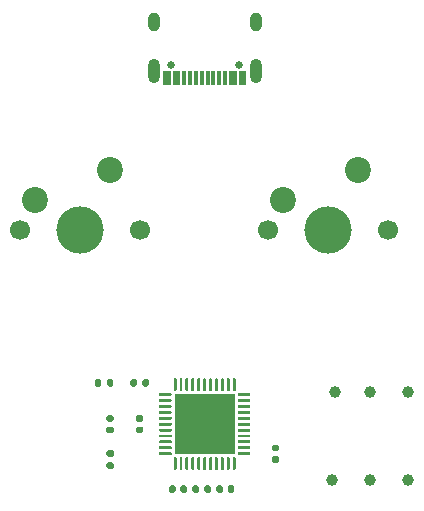
<source format=gbr>
%TF.GenerationSoftware,KiCad,Pcbnew,(5.1.12)-1*%
%TF.CreationDate,2024-08-07T21:15:05+08:00*%
%TF.ProjectId,BKL2xP,424b4c32-7850-42e6-9b69-6361645f7063,1.0*%
%TF.SameCoordinates,Original*%
%TF.FileFunction,Soldermask,Top*%
%TF.FilePolarity,Negative*%
%FSLAX46Y46*%
G04 Gerber Fmt 4.6, Leading zero omitted, Abs format (unit mm)*
G04 Created by KiCad (PCBNEW (5.1.12)-1) date 2024-08-07 21:15:05*
%MOMM*%
%LPD*%
G01*
G04 APERTURE LIST*
%ADD10C,1.000000*%
%ADD11O,1.000000X2.100000*%
%ADD12O,1.000000X1.600000*%
%ADD13C,0.650000*%
%ADD14R,0.300000X1.150000*%
%ADD15C,1.700000*%
%ADD16C,4.000000*%
%ADD17C,2.200000*%
%ADD18R,5.200000X5.200000*%
G04 APERTURE END LIST*
D10*
%TO.C,TP6*%
X167250000Y-114250000D03*
%TD*%
%TO.C,TP5*%
X164000000Y-114250000D03*
%TD*%
%TO.C,TP4*%
X160750000Y-114250000D03*
%TD*%
%TO.C,TP3*%
X167250000Y-106750000D03*
%TD*%
%TO.C,TP2*%
X164000000Y-106750000D03*
%TD*%
%TO.C,TP1*%
X161000000Y-106750000D03*
%TD*%
%TO.C,R6*%
G36*
G01*
X142185000Y-112250000D02*
X141815000Y-112250000D01*
G75*
G02*
X141680000Y-112115000I0J135000D01*
G01*
X141680000Y-111845000D01*
G75*
G02*
X141815000Y-111710000I135000J0D01*
G01*
X142185000Y-111710000D01*
G75*
G02*
X142320000Y-111845000I0J-135000D01*
G01*
X142320000Y-112115000D01*
G75*
G02*
X142185000Y-112250000I-135000J0D01*
G01*
G37*
G36*
G01*
X142185000Y-113270000D02*
X141815000Y-113270000D01*
G75*
G02*
X141680000Y-113135000I0J135000D01*
G01*
X141680000Y-112865000D01*
G75*
G02*
X141815000Y-112730000I135000J0D01*
G01*
X142185000Y-112730000D01*
G75*
G02*
X142320000Y-112865000I0J-135000D01*
G01*
X142320000Y-113135000D01*
G75*
G02*
X142185000Y-113270000I-135000J0D01*
G01*
G37*
%TD*%
%TO.C,R5*%
G36*
G01*
X149980000Y-115185000D02*
X149980000Y-114815000D01*
G75*
G02*
X150115000Y-114680000I135000J0D01*
G01*
X150385000Y-114680000D01*
G75*
G02*
X150520000Y-114815000I0J-135000D01*
G01*
X150520000Y-115185000D01*
G75*
G02*
X150385000Y-115320000I-135000J0D01*
G01*
X150115000Y-115320000D01*
G75*
G02*
X149980000Y-115185000I0J135000D01*
G01*
G37*
G36*
G01*
X148960000Y-115185000D02*
X148960000Y-114815000D01*
G75*
G02*
X149095000Y-114680000I135000J0D01*
G01*
X149365000Y-114680000D01*
G75*
G02*
X149500000Y-114815000I0J-135000D01*
G01*
X149500000Y-115185000D01*
G75*
G02*
X149365000Y-115320000I-135000J0D01*
G01*
X149095000Y-115320000D01*
G75*
G02*
X148960000Y-115185000I0J135000D01*
G01*
G37*
%TD*%
%TO.C,C1*%
G36*
G01*
X144670000Y-109300000D02*
X144330000Y-109300000D01*
G75*
G02*
X144190000Y-109160000I0J140000D01*
G01*
X144190000Y-108880000D01*
G75*
G02*
X144330000Y-108740000I140000J0D01*
G01*
X144670000Y-108740000D01*
G75*
G02*
X144810000Y-108880000I0J-140000D01*
G01*
X144810000Y-109160000D01*
G75*
G02*
X144670000Y-109300000I-140000J0D01*
G01*
G37*
G36*
G01*
X144670000Y-110260000D02*
X144330000Y-110260000D01*
G75*
G02*
X144190000Y-110120000I0J140000D01*
G01*
X144190000Y-109840000D01*
G75*
G02*
X144330000Y-109700000I140000J0D01*
G01*
X144670000Y-109700000D01*
G75*
G02*
X144810000Y-109840000I0J-140000D01*
G01*
X144810000Y-110120000D01*
G75*
G02*
X144670000Y-110260000I-140000J0D01*
G01*
G37*
%TD*%
%TO.C,C2*%
G36*
G01*
X155830000Y-111240000D02*
X156170000Y-111240000D01*
G75*
G02*
X156310000Y-111380000I0J-140000D01*
G01*
X156310000Y-111660000D01*
G75*
G02*
X156170000Y-111800000I-140000J0D01*
G01*
X155830000Y-111800000D01*
G75*
G02*
X155690000Y-111660000I0J140000D01*
G01*
X155690000Y-111380000D01*
G75*
G02*
X155830000Y-111240000I140000J0D01*
G01*
G37*
G36*
G01*
X155830000Y-112200000D02*
X156170000Y-112200000D01*
G75*
G02*
X156310000Y-112340000I0J-140000D01*
G01*
X156310000Y-112620000D01*
G75*
G02*
X156170000Y-112760000I-140000J0D01*
G01*
X155830000Y-112760000D01*
G75*
G02*
X155690000Y-112620000I0J140000D01*
G01*
X155690000Y-112340000D01*
G75*
G02*
X155830000Y-112200000I140000J0D01*
G01*
G37*
%TD*%
%TO.C,C4*%
G36*
G01*
X152510000Y-114830000D02*
X152510000Y-115170000D01*
G75*
G02*
X152370000Y-115310000I-140000J0D01*
G01*
X152090000Y-115310000D01*
G75*
G02*
X151950000Y-115170000I0J140000D01*
G01*
X151950000Y-114830000D01*
G75*
G02*
X152090000Y-114690000I140000J0D01*
G01*
X152370000Y-114690000D01*
G75*
G02*
X152510000Y-114830000I0J-140000D01*
G01*
G37*
G36*
G01*
X151550000Y-114830000D02*
X151550000Y-115170000D01*
G75*
G02*
X151410000Y-115310000I-140000J0D01*
G01*
X151130000Y-115310000D01*
G75*
G02*
X150990000Y-115170000I0J140000D01*
G01*
X150990000Y-114830000D01*
G75*
G02*
X151130000Y-114690000I140000J0D01*
G01*
X151410000Y-114690000D01*
G75*
G02*
X151550000Y-114830000I0J-140000D01*
G01*
G37*
%TD*%
%TO.C,C5*%
G36*
G01*
X147550000Y-114830000D02*
X147550000Y-115170000D01*
G75*
G02*
X147410000Y-115310000I-140000J0D01*
G01*
X147130000Y-115310000D01*
G75*
G02*
X146990000Y-115170000I0J140000D01*
G01*
X146990000Y-114830000D01*
G75*
G02*
X147130000Y-114690000I140000J0D01*
G01*
X147410000Y-114690000D01*
G75*
G02*
X147550000Y-114830000I0J-140000D01*
G01*
G37*
G36*
G01*
X148510000Y-114830000D02*
X148510000Y-115170000D01*
G75*
G02*
X148370000Y-115310000I-140000J0D01*
G01*
X148090000Y-115310000D01*
G75*
G02*
X147950000Y-115170000I0J140000D01*
G01*
X147950000Y-114830000D01*
G75*
G02*
X148090000Y-114690000I140000J0D01*
G01*
X148370000Y-114690000D01*
G75*
G02*
X148510000Y-114830000I0J-140000D01*
G01*
G37*
%TD*%
%TO.C,C6*%
G36*
G01*
X142170000Y-110260000D02*
X141830000Y-110260000D01*
G75*
G02*
X141690000Y-110120000I0J140000D01*
G01*
X141690000Y-109840000D01*
G75*
G02*
X141830000Y-109700000I140000J0D01*
G01*
X142170000Y-109700000D01*
G75*
G02*
X142310000Y-109840000I0J-140000D01*
G01*
X142310000Y-110120000D01*
G75*
G02*
X142170000Y-110260000I-140000J0D01*
G01*
G37*
G36*
G01*
X142170000Y-109300000D02*
X141830000Y-109300000D01*
G75*
G02*
X141690000Y-109160000I0J140000D01*
G01*
X141690000Y-108880000D01*
G75*
G02*
X141830000Y-108740000I140000J0D01*
G01*
X142170000Y-108740000D01*
G75*
G02*
X142310000Y-108880000I0J-140000D01*
G01*
X142310000Y-109160000D01*
G75*
G02*
X142170000Y-109300000I-140000J0D01*
G01*
G37*
%TD*%
D11*
%TO.C,J1*%
X154320000Y-79605000D03*
X145680000Y-79605000D03*
D12*
X154320000Y-75425000D03*
X145680000Y-75425000D03*
D13*
X147110000Y-79105000D03*
X152890000Y-79105000D03*
D14*
X146950000Y-80170000D03*
X147750000Y-80170000D03*
X148250000Y-80170000D03*
X148750000Y-80170000D03*
X149250000Y-80170000D03*
X149750000Y-80170000D03*
X150250000Y-80170000D03*
X150750000Y-80170000D03*
X151250000Y-80170000D03*
X151750000Y-80170000D03*
X152550000Y-80170000D03*
X153350000Y-80170000D03*
X153050000Y-80170000D03*
X152250000Y-80170000D03*
X147450000Y-80170000D03*
X146650000Y-80170000D03*
%TD*%
%TO.C,R3*%
G36*
G01*
X144250000Y-105815000D02*
X144250000Y-106185000D01*
G75*
G02*
X144115000Y-106320000I-135000J0D01*
G01*
X143845000Y-106320000D01*
G75*
G02*
X143710000Y-106185000I0J135000D01*
G01*
X143710000Y-105815000D01*
G75*
G02*
X143845000Y-105680000I135000J0D01*
G01*
X144115000Y-105680000D01*
G75*
G02*
X144250000Y-105815000I0J-135000D01*
G01*
G37*
G36*
G01*
X145270000Y-105815000D02*
X145270000Y-106185000D01*
G75*
G02*
X145135000Y-106320000I-135000J0D01*
G01*
X144865000Y-106320000D01*
G75*
G02*
X144730000Y-106185000I0J135000D01*
G01*
X144730000Y-105815000D01*
G75*
G02*
X144865000Y-105680000I135000J0D01*
G01*
X145135000Y-105680000D01*
G75*
G02*
X145270000Y-105815000I0J-135000D01*
G01*
G37*
%TD*%
%TO.C,R4*%
G36*
G01*
X142280000Y-105815000D02*
X142280000Y-106185000D01*
G75*
G02*
X142145000Y-106320000I-135000J0D01*
G01*
X141875000Y-106320000D01*
G75*
G02*
X141740000Y-106185000I0J135000D01*
G01*
X141740000Y-105815000D01*
G75*
G02*
X141875000Y-105680000I135000J0D01*
G01*
X142145000Y-105680000D01*
G75*
G02*
X142280000Y-105815000I0J-135000D01*
G01*
G37*
G36*
G01*
X141260000Y-105815000D02*
X141260000Y-106185000D01*
G75*
G02*
X141125000Y-106320000I-135000J0D01*
G01*
X140855000Y-106320000D01*
G75*
G02*
X140720000Y-106185000I0J135000D01*
G01*
X140720000Y-105815000D01*
G75*
G02*
X140855000Y-105680000I135000J0D01*
G01*
X141125000Y-105680000D01*
G75*
G02*
X141260000Y-105815000I0J-135000D01*
G01*
G37*
%TD*%
D15*
%TO.C,SW1*%
X144540000Y-93080000D03*
X134380000Y-93080000D03*
D16*
X139460000Y-93080000D03*
D17*
X135650000Y-90540000D03*
X142000000Y-88000000D03*
%TD*%
%TO.C,SW2*%
X163000000Y-88000000D03*
X156650000Y-90540000D03*
D16*
X160460000Y-93080000D03*
D15*
X155380000Y-93080000D03*
X165540000Y-93080000D03*
%TD*%
%TO.C,U1*%
G36*
G01*
X146125000Y-107062500D02*
X146125000Y-106937500D01*
G75*
G02*
X146187500Y-106875000I62500J0D01*
G01*
X147137500Y-106875000D01*
G75*
G02*
X147200000Y-106937500I0J-62500D01*
G01*
X147200000Y-107062500D01*
G75*
G02*
X147137500Y-107125000I-62500J0D01*
G01*
X146187500Y-107125000D01*
G75*
G02*
X146125000Y-107062500I0J62500D01*
G01*
G37*
G36*
G01*
X146125000Y-107562500D02*
X146125000Y-107437500D01*
G75*
G02*
X146187500Y-107375000I62500J0D01*
G01*
X147137500Y-107375000D01*
G75*
G02*
X147200000Y-107437500I0J-62500D01*
G01*
X147200000Y-107562500D01*
G75*
G02*
X147137500Y-107625000I-62500J0D01*
G01*
X146187500Y-107625000D01*
G75*
G02*
X146125000Y-107562500I0J62500D01*
G01*
G37*
G36*
G01*
X146125000Y-108062500D02*
X146125000Y-107937500D01*
G75*
G02*
X146187500Y-107875000I62500J0D01*
G01*
X147137500Y-107875000D01*
G75*
G02*
X147200000Y-107937500I0J-62500D01*
G01*
X147200000Y-108062500D01*
G75*
G02*
X147137500Y-108125000I-62500J0D01*
G01*
X146187500Y-108125000D01*
G75*
G02*
X146125000Y-108062500I0J62500D01*
G01*
G37*
G36*
G01*
X146125000Y-108562500D02*
X146125000Y-108437500D01*
G75*
G02*
X146187500Y-108375000I62500J0D01*
G01*
X147137500Y-108375000D01*
G75*
G02*
X147200000Y-108437500I0J-62500D01*
G01*
X147200000Y-108562500D01*
G75*
G02*
X147137500Y-108625000I-62500J0D01*
G01*
X146187500Y-108625000D01*
G75*
G02*
X146125000Y-108562500I0J62500D01*
G01*
G37*
G36*
G01*
X146125000Y-109062500D02*
X146125000Y-108937500D01*
G75*
G02*
X146187500Y-108875000I62500J0D01*
G01*
X147137500Y-108875000D01*
G75*
G02*
X147200000Y-108937500I0J-62500D01*
G01*
X147200000Y-109062500D01*
G75*
G02*
X147137500Y-109125000I-62500J0D01*
G01*
X146187500Y-109125000D01*
G75*
G02*
X146125000Y-109062500I0J62500D01*
G01*
G37*
G36*
G01*
X146125000Y-109562500D02*
X146125000Y-109437500D01*
G75*
G02*
X146187500Y-109375000I62500J0D01*
G01*
X147137500Y-109375000D01*
G75*
G02*
X147200000Y-109437500I0J-62500D01*
G01*
X147200000Y-109562500D01*
G75*
G02*
X147137500Y-109625000I-62500J0D01*
G01*
X146187500Y-109625000D01*
G75*
G02*
X146125000Y-109562500I0J62500D01*
G01*
G37*
G36*
G01*
X146125000Y-110062500D02*
X146125000Y-109937500D01*
G75*
G02*
X146187500Y-109875000I62500J0D01*
G01*
X147137500Y-109875000D01*
G75*
G02*
X147200000Y-109937500I0J-62500D01*
G01*
X147200000Y-110062500D01*
G75*
G02*
X147137500Y-110125000I-62500J0D01*
G01*
X146187500Y-110125000D01*
G75*
G02*
X146125000Y-110062500I0J62500D01*
G01*
G37*
G36*
G01*
X146125000Y-110562500D02*
X146125000Y-110437500D01*
G75*
G02*
X146187500Y-110375000I62500J0D01*
G01*
X147137500Y-110375000D01*
G75*
G02*
X147200000Y-110437500I0J-62500D01*
G01*
X147200000Y-110562500D01*
G75*
G02*
X147137500Y-110625000I-62500J0D01*
G01*
X146187500Y-110625000D01*
G75*
G02*
X146125000Y-110562500I0J62500D01*
G01*
G37*
G36*
G01*
X146125000Y-111062500D02*
X146125000Y-110937500D01*
G75*
G02*
X146187500Y-110875000I62500J0D01*
G01*
X147137500Y-110875000D01*
G75*
G02*
X147200000Y-110937500I0J-62500D01*
G01*
X147200000Y-111062500D01*
G75*
G02*
X147137500Y-111125000I-62500J0D01*
G01*
X146187500Y-111125000D01*
G75*
G02*
X146125000Y-111062500I0J62500D01*
G01*
G37*
G36*
G01*
X146125000Y-111562500D02*
X146125000Y-111437500D01*
G75*
G02*
X146187500Y-111375000I62500J0D01*
G01*
X147137500Y-111375000D01*
G75*
G02*
X147200000Y-111437500I0J-62500D01*
G01*
X147200000Y-111562500D01*
G75*
G02*
X147137500Y-111625000I-62500J0D01*
G01*
X146187500Y-111625000D01*
G75*
G02*
X146125000Y-111562500I0J62500D01*
G01*
G37*
G36*
G01*
X146125000Y-112062500D02*
X146125000Y-111937500D01*
G75*
G02*
X146187500Y-111875000I62500J0D01*
G01*
X147137500Y-111875000D01*
G75*
G02*
X147200000Y-111937500I0J-62500D01*
G01*
X147200000Y-112062500D01*
G75*
G02*
X147137500Y-112125000I-62500J0D01*
G01*
X146187500Y-112125000D01*
G75*
G02*
X146125000Y-112062500I0J62500D01*
G01*
G37*
G36*
G01*
X147375000Y-113312500D02*
X147375000Y-112362500D01*
G75*
G02*
X147437500Y-112300000I62500J0D01*
G01*
X147562500Y-112300000D01*
G75*
G02*
X147625000Y-112362500I0J-62500D01*
G01*
X147625000Y-113312500D01*
G75*
G02*
X147562500Y-113375000I-62500J0D01*
G01*
X147437500Y-113375000D01*
G75*
G02*
X147375000Y-113312500I0J62500D01*
G01*
G37*
G36*
G01*
X147875000Y-113312500D02*
X147875000Y-112362500D01*
G75*
G02*
X147937500Y-112300000I62500J0D01*
G01*
X148062500Y-112300000D01*
G75*
G02*
X148125000Y-112362500I0J-62500D01*
G01*
X148125000Y-113312500D01*
G75*
G02*
X148062500Y-113375000I-62500J0D01*
G01*
X147937500Y-113375000D01*
G75*
G02*
X147875000Y-113312500I0J62500D01*
G01*
G37*
G36*
G01*
X148375000Y-113312500D02*
X148375000Y-112362500D01*
G75*
G02*
X148437500Y-112300000I62500J0D01*
G01*
X148562500Y-112300000D01*
G75*
G02*
X148625000Y-112362500I0J-62500D01*
G01*
X148625000Y-113312500D01*
G75*
G02*
X148562500Y-113375000I-62500J0D01*
G01*
X148437500Y-113375000D01*
G75*
G02*
X148375000Y-113312500I0J62500D01*
G01*
G37*
G36*
G01*
X148875000Y-113312500D02*
X148875000Y-112362500D01*
G75*
G02*
X148937500Y-112300000I62500J0D01*
G01*
X149062500Y-112300000D01*
G75*
G02*
X149125000Y-112362500I0J-62500D01*
G01*
X149125000Y-113312500D01*
G75*
G02*
X149062500Y-113375000I-62500J0D01*
G01*
X148937500Y-113375000D01*
G75*
G02*
X148875000Y-113312500I0J62500D01*
G01*
G37*
G36*
G01*
X149375000Y-113312500D02*
X149375000Y-112362500D01*
G75*
G02*
X149437500Y-112300000I62500J0D01*
G01*
X149562500Y-112300000D01*
G75*
G02*
X149625000Y-112362500I0J-62500D01*
G01*
X149625000Y-113312500D01*
G75*
G02*
X149562500Y-113375000I-62500J0D01*
G01*
X149437500Y-113375000D01*
G75*
G02*
X149375000Y-113312500I0J62500D01*
G01*
G37*
G36*
G01*
X149875000Y-113312500D02*
X149875000Y-112362500D01*
G75*
G02*
X149937500Y-112300000I62500J0D01*
G01*
X150062500Y-112300000D01*
G75*
G02*
X150125000Y-112362500I0J-62500D01*
G01*
X150125000Y-113312500D01*
G75*
G02*
X150062500Y-113375000I-62500J0D01*
G01*
X149937500Y-113375000D01*
G75*
G02*
X149875000Y-113312500I0J62500D01*
G01*
G37*
G36*
G01*
X150375000Y-113312500D02*
X150375000Y-112362500D01*
G75*
G02*
X150437500Y-112300000I62500J0D01*
G01*
X150562500Y-112300000D01*
G75*
G02*
X150625000Y-112362500I0J-62500D01*
G01*
X150625000Y-113312500D01*
G75*
G02*
X150562500Y-113375000I-62500J0D01*
G01*
X150437500Y-113375000D01*
G75*
G02*
X150375000Y-113312500I0J62500D01*
G01*
G37*
G36*
G01*
X150875000Y-113312500D02*
X150875000Y-112362500D01*
G75*
G02*
X150937500Y-112300000I62500J0D01*
G01*
X151062500Y-112300000D01*
G75*
G02*
X151125000Y-112362500I0J-62500D01*
G01*
X151125000Y-113312500D01*
G75*
G02*
X151062500Y-113375000I-62500J0D01*
G01*
X150937500Y-113375000D01*
G75*
G02*
X150875000Y-113312500I0J62500D01*
G01*
G37*
G36*
G01*
X151375000Y-113312500D02*
X151375000Y-112362500D01*
G75*
G02*
X151437500Y-112300000I62500J0D01*
G01*
X151562500Y-112300000D01*
G75*
G02*
X151625000Y-112362500I0J-62500D01*
G01*
X151625000Y-113312500D01*
G75*
G02*
X151562500Y-113375000I-62500J0D01*
G01*
X151437500Y-113375000D01*
G75*
G02*
X151375000Y-113312500I0J62500D01*
G01*
G37*
G36*
G01*
X151875000Y-113312500D02*
X151875000Y-112362500D01*
G75*
G02*
X151937500Y-112300000I62500J0D01*
G01*
X152062500Y-112300000D01*
G75*
G02*
X152125000Y-112362500I0J-62500D01*
G01*
X152125000Y-113312500D01*
G75*
G02*
X152062500Y-113375000I-62500J0D01*
G01*
X151937500Y-113375000D01*
G75*
G02*
X151875000Y-113312500I0J62500D01*
G01*
G37*
G36*
G01*
X152375000Y-113312500D02*
X152375000Y-112362500D01*
G75*
G02*
X152437500Y-112300000I62500J0D01*
G01*
X152562500Y-112300000D01*
G75*
G02*
X152625000Y-112362500I0J-62500D01*
G01*
X152625000Y-113312500D01*
G75*
G02*
X152562500Y-113375000I-62500J0D01*
G01*
X152437500Y-113375000D01*
G75*
G02*
X152375000Y-113312500I0J62500D01*
G01*
G37*
G36*
G01*
X152800000Y-112062500D02*
X152800000Y-111937500D01*
G75*
G02*
X152862500Y-111875000I62500J0D01*
G01*
X153812500Y-111875000D01*
G75*
G02*
X153875000Y-111937500I0J-62500D01*
G01*
X153875000Y-112062500D01*
G75*
G02*
X153812500Y-112125000I-62500J0D01*
G01*
X152862500Y-112125000D01*
G75*
G02*
X152800000Y-112062500I0J62500D01*
G01*
G37*
G36*
G01*
X152800000Y-111562500D02*
X152800000Y-111437500D01*
G75*
G02*
X152862500Y-111375000I62500J0D01*
G01*
X153812500Y-111375000D01*
G75*
G02*
X153875000Y-111437500I0J-62500D01*
G01*
X153875000Y-111562500D01*
G75*
G02*
X153812500Y-111625000I-62500J0D01*
G01*
X152862500Y-111625000D01*
G75*
G02*
X152800000Y-111562500I0J62500D01*
G01*
G37*
G36*
G01*
X152800000Y-111062500D02*
X152800000Y-110937500D01*
G75*
G02*
X152862500Y-110875000I62500J0D01*
G01*
X153812500Y-110875000D01*
G75*
G02*
X153875000Y-110937500I0J-62500D01*
G01*
X153875000Y-111062500D01*
G75*
G02*
X153812500Y-111125000I-62500J0D01*
G01*
X152862500Y-111125000D01*
G75*
G02*
X152800000Y-111062500I0J62500D01*
G01*
G37*
G36*
G01*
X152800000Y-110562500D02*
X152800000Y-110437500D01*
G75*
G02*
X152862500Y-110375000I62500J0D01*
G01*
X153812500Y-110375000D01*
G75*
G02*
X153875000Y-110437500I0J-62500D01*
G01*
X153875000Y-110562500D01*
G75*
G02*
X153812500Y-110625000I-62500J0D01*
G01*
X152862500Y-110625000D01*
G75*
G02*
X152800000Y-110562500I0J62500D01*
G01*
G37*
G36*
G01*
X152800000Y-110062500D02*
X152800000Y-109937500D01*
G75*
G02*
X152862500Y-109875000I62500J0D01*
G01*
X153812500Y-109875000D01*
G75*
G02*
X153875000Y-109937500I0J-62500D01*
G01*
X153875000Y-110062500D01*
G75*
G02*
X153812500Y-110125000I-62500J0D01*
G01*
X152862500Y-110125000D01*
G75*
G02*
X152800000Y-110062500I0J62500D01*
G01*
G37*
G36*
G01*
X152800000Y-109562500D02*
X152800000Y-109437500D01*
G75*
G02*
X152862500Y-109375000I62500J0D01*
G01*
X153812500Y-109375000D01*
G75*
G02*
X153875000Y-109437500I0J-62500D01*
G01*
X153875000Y-109562500D01*
G75*
G02*
X153812500Y-109625000I-62500J0D01*
G01*
X152862500Y-109625000D01*
G75*
G02*
X152800000Y-109562500I0J62500D01*
G01*
G37*
G36*
G01*
X152800000Y-109062500D02*
X152800000Y-108937500D01*
G75*
G02*
X152862500Y-108875000I62500J0D01*
G01*
X153812500Y-108875000D01*
G75*
G02*
X153875000Y-108937500I0J-62500D01*
G01*
X153875000Y-109062500D01*
G75*
G02*
X153812500Y-109125000I-62500J0D01*
G01*
X152862500Y-109125000D01*
G75*
G02*
X152800000Y-109062500I0J62500D01*
G01*
G37*
G36*
G01*
X152800000Y-108562500D02*
X152800000Y-108437500D01*
G75*
G02*
X152862500Y-108375000I62500J0D01*
G01*
X153812500Y-108375000D01*
G75*
G02*
X153875000Y-108437500I0J-62500D01*
G01*
X153875000Y-108562500D01*
G75*
G02*
X153812500Y-108625000I-62500J0D01*
G01*
X152862500Y-108625000D01*
G75*
G02*
X152800000Y-108562500I0J62500D01*
G01*
G37*
G36*
G01*
X152800000Y-108062500D02*
X152800000Y-107937500D01*
G75*
G02*
X152862500Y-107875000I62500J0D01*
G01*
X153812500Y-107875000D01*
G75*
G02*
X153875000Y-107937500I0J-62500D01*
G01*
X153875000Y-108062500D01*
G75*
G02*
X153812500Y-108125000I-62500J0D01*
G01*
X152862500Y-108125000D01*
G75*
G02*
X152800000Y-108062500I0J62500D01*
G01*
G37*
G36*
G01*
X152800000Y-107562500D02*
X152800000Y-107437500D01*
G75*
G02*
X152862500Y-107375000I62500J0D01*
G01*
X153812500Y-107375000D01*
G75*
G02*
X153875000Y-107437500I0J-62500D01*
G01*
X153875000Y-107562500D01*
G75*
G02*
X153812500Y-107625000I-62500J0D01*
G01*
X152862500Y-107625000D01*
G75*
G02*
X152800000Y-107562500I0J62500D01*
G01*
G37*
G36*
G01*
X152800000Y-107062500D02*
X152800000Y-106937500D01*
G75*
G02*
X152862500Y-106875000I62500J0D01*
G01*
X153812500Y-106875000D01*
G75*
G02*
X153875000Y-106937500I0J-62500D01*
G01*
X153875000Y-107062500D01*
G75*
G02*
X153812500Y-107125000I-62500J0D01*
G01*
X152862500Y-107125000D01*
G75*
G02*
X152800000Y-107062500I0J62500D01*
G01*
G37*
G36*
G01*
X152375000Y-106637500D02*
X152375000Y-105687500D01*
G75*
G02*
X152437500Y-105625000I62500J0D01*
G01*
X152562500Y-105625000D01*
G75*
G02*
X152625000Y-105687500I0J-62500D01*
G01*
X152625000Y-106637500D01*
G75*
G02*
X152562500Y-106700000I-62500J0D01*
G01*
X152437500Y-106700000D01*
G75*
G02*
X152375000Y-106637500I0J62500D01*
G01*
G37*
G36*
G01*
X151875000Y-106637500D02*
X151875000Y-105687500D01*
G75*
G02*
X151937500Y-105625000I62500J0D01*
G01*
X152062500Y-105625000D01*
G75*
G02*
X152125000Y-105687500I0J-62500D01*
G01*
X152125000Y-106637500D01*
G75*
G02*
X152062500Y-106700000I-62500J0D01*
G01*
X151937500Y-106700000D01*
G75*
G02*
X151875000Y-106637500I0J62500D01*
G01*
G37*
G36*
G01*
X151375000Y-106637500D02*
X151375000Y-105687500D01*
G75*
G02*
X151437500Y-105625000I62500J0D01*
G01*
X151562500Y-105625000D01*
G75*
G02*
X151625000Y-105687500I0J-62500D01*
G01*
X151625000Y-106637500D01*
G75*
G02*
X151562500Y-106700000I-62500J0D01*
G01*
X151437500Y-106700000D01*
G75*
G02*
X151375000Y-106637500I0J62500D01*
G01*
G37*
G36*
G01*
X150875000Y-106637500D02*
X150875000Y-105687500D01*
G75*
G02*
X150937500Y-105625000I62500J0D01*
G01*
X151062500Y-105625000D01*
G75*
G02*
X151125000Y-105687500I0J-62500D01*
G01*
X151125000Y-106637500D01*
G75*
G02*
X151062500Y-106700000I-62500J0D01*
G01*
X150937500Y-106700000D01*
G75*
G02*
X150875000Y-106637500I0J62500D01*
G01*
G37*
G36*
G01*
X150375000Y-106637500D02*
X150375000Y-105687500D01*
G75*
G02*
X150437500Y-105625000I62500J0D01*
G01*
X150562500Y-105625000D01*
G75*
G02*
X150625000Y-105687500I0J-62500D01*
G01*
X150625000Y-106637500D01*
G75*
G02*
X150562500Y-106700000I-62500J0D01*
G01*
X150437500Y-106700000D01*
G75*
G02*
X150375000Y-106637500I0J62500D01*
G01*
G37*
G36*
G01*
X149875000Y-106637500D02*
X149875000Y-105687500D01*
G75*
G02*
X149937500Y-105625000I62500J0D01*
G01*
X150062500Y-105625000D01*
G75*
G02*
X150125000Y-105687500I0J-62500D01*
G01*
X150125000Y-106637500D01*
G75*
G02*
X150062500Y-106700000I-62500J0D01*
G01*
X149937500Y-106700000D01*
G75*
G02*
X149875000Y-106637500I0J62500D01*
G01*
G37*
G36*
G01*
X149375000Y-106637500D02*
X149375000Y-105687500D01*
G75*
G02*
X149437500Y-105625000I62500J0D01*
G01*
X149562500Y-105625000D01*
G75*
G02*
X149625000Y-105687500I0J-62500D01*
G01*
X149625000Y-106637500D01*
G75*
G02*
X149562500Y-106700000I-62500J0D01*
G01*
X149437500Y-106700000D01*
G75*
G02*
X149375000Y-106637500I0J62500D01*
G01*
G37*
G36*
G01*
X148875000Y-106637500D02*
X148875000Y-105687500D01*
G75*
G02*
X148937500Y-105625000I62500J0D01*
G01*
X149062500Y-105625000D01*
G75*
G02*
X149125000Y-105687500I0J-62500D01*
G01*
X149125000Y-106637500D01*
G75*
G02*
X149062500Y-106700000I-62500J0D01*
G01*
X148937500Y-106700000D01*
G75*
G02*
X148875000Y-106637500I0J62500D01*
G01*
G37*
G36*
G01*
X148375000Y-106637500D02*
X148375000Y-105687500D01*
G75*
G02*
X148437500Y-105625000I62500J0D01*
G01*
X148562500Y-105625000D01*
G75*
G02*
X148625000Y-105687500I0J-62500D01*
G01*
X148625000Y-106637500D01*
G75*
G02*
X148562500Y-106700000I-62500J0D01*
G01*
X148437500Y-106700000D01*
G75*
G02*
X148375000Y-106637500I0J62500D01*
G01*
G37*
G36*
G01*
X147875000Y-106637500D02*
X147875000Y-105687500D01*
G75*
G02*
X147937500Y-105625000I62500J0D01*
G01*
X148062500Y-105625000D01*
G75*
G02*
X148125000Y-105687500I0J-62500D01*
G01*
X148125000Y-106637500D01*
G75*
G02*
X148062500Y-106700000I-62500J0D01*
G01*
X147937500Y-106700000D01*
G75*
G02*
X147875000Y-106637500I0J62500D01*
G01*
G37*
G36*
G01*
X147375000Y-106637500D02*
X147375000Y-105687500D01*
G75*
G02*
X147437500Y-105625000I62500J0D01*
G01*
X147562500Y-105625000D01*
G75*
G02*
X147625000Y-105687500I0J-62500D01*
G01*
X147625000Y-106637500D01*
G75*
G02*
X147562500Y-106700000I-62500J0D01*
G01*
X147437500Y-106700000D01*
G75*
G02*
X147375000Y-106637500I0J62500D01*
G01*
G37*
D18*
X150000000Y-109500000D03*
%TD*%
M02*

</source>
